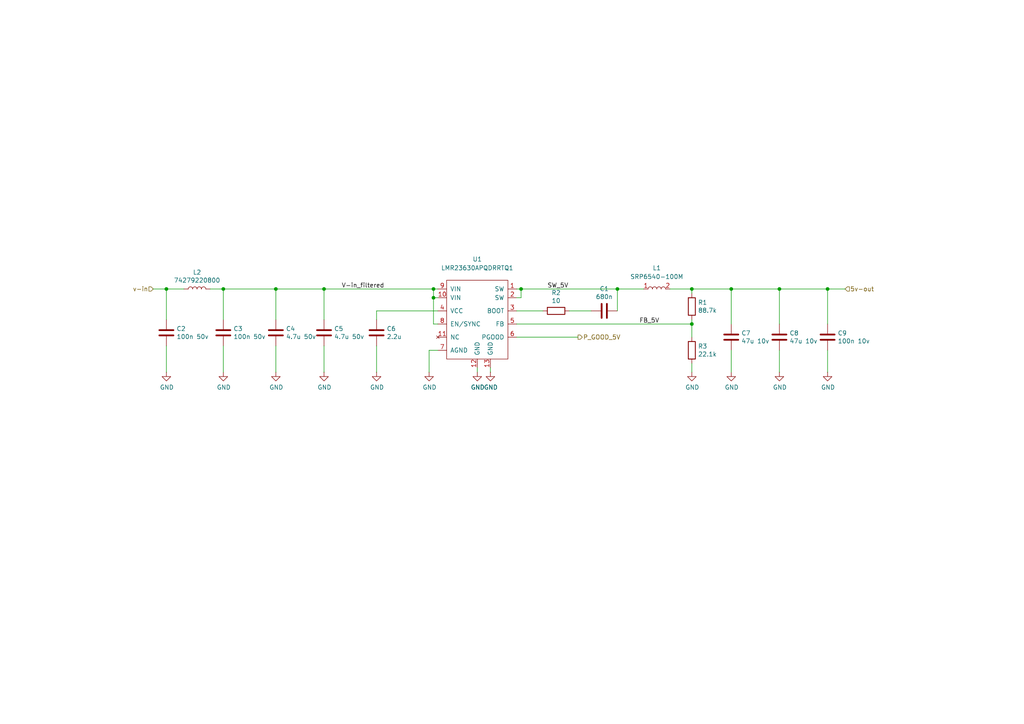
<source format=kicad_sch>
(kicad_sch (version 20231120) (generator "eeschema") (generator_version "8.0")
  (paper "A4")
  (title_block (title "5V power supply") (date "2024-04-03") (rev "1.0") (company "Fontys") (comment 1 "Pong project") (comment 2 "Tommy de Wever") (comment 3 "Jochem Bosman"))
  (lib_symbols
    (symbol "Device:C" (pin_numbers hide) (pin_names (offset 0.254))
      (property "Reference" "C" (at 0.635 2.54 0))
      (property "Value" "C" (at 0.635 -2.54 0))
      (symbol "C_0_1"
        (polyline (pts (xy -2.032 -0.762) (xy 2.032 -0.762)) (stroke (width 0.508)))
        (polyline (pts (xy -2.032 0.762) (xy 2.032 0.762)) (stroke (width 0.508)))
      )
      (symbol "C_1_1"
        (pin passive line (at 0 3.81 270) (length 2.794) (name "~") (number "1"))
        (pin passive line (at 0 -3.81 90) (length 2.794) (name "~") (number "2"))
      )
    )
    (symbol "Device:L" (pin_numbers hide) (pin_names (offset 1.016) hide)
      (property "Reference" "L" (at -1.27 0 90))
      (property "Value" "L" (at 1.905 0 90))
      (symbol "L_0_1"
        (arc (start 0 -2.54) (mid 0.6323 -1.905) (end 0 -1.27))
        (arc (start 0 -1.27) (mid 0.6323 -0.635) (end 0 0))
        (arc (start 0 0) (mid 0.6323 0.635) (end 0 1.27))
        (arc (start 0 1.27) (mid 0.6323 1.905) (end 0 2.54))
      )
      (symbol "L_1_1"
        (pin passive line (at 0 3.81 270) (length 1.27) (name "1") (number "1"))
        (pin passive line (at 0 -3.81 90) (length 1.27) (name "2") (number "2"))
      )
    )
    (symbol "Device:R" (pin_numbers hide) (pin_names (offset 0))
      (property "Reference" "R" (at 2.032 0 90))
      (property "Value" "R" (at 0 0 90))
      (symbol "R_0_1"
        (rectangle (start -1.016 -2.54) (end 1.016 2.54) (stroke (width 0.254)))
      )
      (symbol "R_1_1"
        (pin passive line (at 0 3.81 270) (length 1.27) (name "~") (number "1"))
        (pin passive line (at 0 -3.81 90) (length 1.27) (name "~") (number "2"))
      )
    )
    (symbol "MyLib:LMR23630APQDRRTQ1" (pin_names (offset 1.016))
      (property "Reference" "U" (at 0 5.08 0))
      (property "Value" "LMR23630APQDRRTQ1" (at 0 2.54 0))
      (property "Footprint" "MyLib:LMR23630APQDRRTQ1" (at 0 0 0))
      (property "Mouser" "LMR23630APQDRRTQ1" (at 0 0 0))
      (symbol "LMR23630APQDRRTQ1_0_1"
        (rectangle (start -8.89 -2.54) (end 8.89 -25.4))
      )
      (symbol "LMR23630APQDRRTQ1_1_1"
        (pin power_out line (at 11.43 -5.08 180) (length 2.54) (name "SW") (number "1"))
        (pin power_in line (at -11.43 -7.62 0) (length 2.54) (name "VIN") (number "10"))
        (pin no_connect line (at -11.43 -19.05 0) (length 2.54) (name "NC") (number "11"))
        (pin passive line (at 0 -27.94 90) (length 2.54) (name "GND") (number "12"))
        (pin passive line (at 3.81 -27.94 90) (length 2.54) (name "GND") (number "13"))
        (pin power_out line (at 11.43 -7.62 180) (length 2.54) (name "SW") (number "2"))
        (pin input line (at 11.43 -11.43 180) (length 2.54) (name "BOOT") (number "3"))
        (pin passive line (at -11.43 -11.43 0) (length 2.54) (name "VCC") (number "4"))
        (pin input line (at 11.43 -15.24 180) (length 2.54) (name "FB") (number "5"))
        (pin passive line (at 11.43 -19.05 180) (length 2.54) (name "PGOOD") (number "6"))
        (pin passive line (at -11.43 -22.86 0) (length 2.54) (name "AGND") (number "7"))
        (pin passive line (at -11.43 -15.24 0) (length 2.54) (name "EN/SYNC") (number "8"))
        (pin power_in line (at -11.43 -5.08 0) (length 2.54) (name "VIN") (number "9"))
      )
    )
    (symbol "MyLib:SRP6540-100M" (pin_names (offset 1.016))
      (property "Reference" "L" (at 0 1.27 0))
      (property "Value" "SRP6540-100M" (at -1.27 -1.27 0))
      (property "Footprint" "MyLib:SRP6540-100M" (at 0 -3.81 0))
      (property "Mouser" "SRP6540-100M" (at 0 0 0))
      (symbol "SRP6540-100M_1_1"
        (arc (start -1.27 -6.35) (mid -1.905 -5.7177) (end -2.54 -6.35))
        (arc (start 0 -6.35) (mid -0.635 -5.7177) (end -1.27 -6.35))
        (arc (start 1.27 -6.35) (mid 0.635 -5.7177) (end 0 -6.35))
        (arc (start 2.54 -6.35) (mid 1.905 -5.7177) (end 1.27 -6.35))
        (pin passive line (at -3.81 -6.35 0) (length 1.27) (name "~") (number "1"))
        (pin passive line (at 3.81 -6.35 180) (length 1.27) (name "~") (number "2"))
      )
    )
    (symbol "power:GND" (power) (pin_numbers hide) (pin_names (offset 0) hide)
      (property "Value" "GND" (at 0 -3.81 0))
      (symbol "GND_0_1"
        (polyline (pts (xy 0 0) (xy 0 -1.27) (xy 1.27 -1.27) (xy 0 -2.54) (xy -1.27 -1.27) (xy 0 -1.27)))
      )
      (symbol "GND_1_1"
        (pin power_in line (at 0 0 270) (length 0) (name "~") (number "1"))
      )
    )
  )
  (junction (at 200.66 83.82) (diameter 0.9144))
  (junction (at 240.03 83.82) (diameter 0.9144))
  (junction (at 200.66 93.98) (diameter 0.9144))
  (junction (at 48.26 83.82) (diameter 0.9144))
  (junction (at 179.07 83.82) (diameter 0.9144))
  (junction (at 226.06 83.82) (diameter 0.9144))
  (junction (at 64.77 83.82) (diameter 0.9144))
  (junction (at 212.09 83.82) (diameter 0.9144))
  (junction (at 125.73 83.82) (diameter 0.9144))
  (junction (at 125.73 86.36) (diameter 0.9144))
  (junction (at 80.01 83.82) (diameter 0.9144))
  (junction (at 151.13 83.82) (diameter 0.9144))
  (junction (at 93.98 83.82) (diameter 0.9144))
  (wire (pts (xy 48.26 83.82) (xy 48.26 92.71)))
  (wire (pts (xy 186.69 83.82) (xy 179.07 83.82)))
  (wire (pts (xy 194.31 83.82) (xy 200.66 83.82)))
  (wire (pts (xy 53.34 83.82) (xy 48.26 83.82)))
  (wire (pts (xy 142.24 107.95) (xy 142.24 106.68)))
  (wire (pts (xy 240.03 107.95) (xy 240.03 101.6)))
  (wire (pts (xy 64.77 83.82) (xy 64.77 92.71)))
  (wire (pts (xy 109.22 90.17) (xy 109.22 92.71)))
  (wire (pts (xy 127 86.36) (xy 125.73 86.36)))
  (wire (pts (xy 127 90.17) (xy 109.22 90.17)))
  (wire (pts (xy 226.06 93.98) (xy 226.06 83.82)))
  (wire (pts (xy 127 93.98) (xy 125.73 93.98)))
  (wire (pts (xy 124.46 101.6) (xy 127 101.6)))
  (wire (pts (xy 93.98 83.82) (xy 93.98 92.71)))
  (wire (pts (xy 125.73 83.82) (xy 127 83.82)))
  (wire (pts (xy 64.77 100.33) (xy 64.77 107.95)))
  (wire (pts (xy 240.03 83.82) (xy 240.03 93.98)))
  (wire (pts (xy 179.07 83.82) (xy 179.07 90.17)))
  (wire (pts (xy 151.13 83.82) (xy 149.86 83.82)))
  (wire (pts (xy 149.86 86.36) (xy 151.13 86.36)))
  (wire (pts (xy 171.45 90.17) (xy 165.1 90.17)))
  (wire (pts (xy 109.22 100.33) (xy 109.22 107.95)))
  (wire (pts (xy 157.48 90.17) (xy 149.86 90.17)))
  (wire (pts (xy 93.98 100.33) (xy 93.98 107.95)))
  (wire (pts (xy 125.73 86.36) (xy 125.73 83.82)))
  (wire (pts (xy 80.01 100.33) (xy 80.01 107.95)))
  (wire (pts (xy 200.66 93.98) (xy 200.66 97.79)))
  (wire (pts (xy 60.96 83.82) (xy 64.77 83.82)))
  (wire (pts (xy 80.01 83.82) (xy 93.98 83.82)))
  (wire (pts (xy 200.66 107.95) (xy 200.66 105.41)))
  (wire (pts (xy 80.01 83.82) (xy 64.77 83.82)))
  (wire (pts (xy 212.09 107.95) (xy 212.09 101.6)))
  (wire (pts (xy 125.73 83.82) (xy 93.98 83.82)))
  (wire (pts (xy 200.66 92.71) (xy 200.66 93.98)))
  (wire (pts (xy 212.09 83.82) (xy 226.06 83.82)))
  (wire (pts (xy 151.13 86.36) (xy 151.13 83.82)))
  (wire (pts (xy 149.86 97.79) (xy 167.64 97.79)))
  (wire (pts (xy 212.09 93.98) (xy 212.09 83.82)))
  (wire (pts (xy 125.73 93.98) (xy 125.73 86.36)))
  (wire (pts (xy 245.11 83.82) (xy 240.03 83.82)))
  (wire (pts (xy 124.46 101.6) (xy 124.46 107.95)))
  (wire (pts (xy 179.07 83.82) (xy 151.13 83.82)))
  (wire (pts (xy 138.43 107.95) (xy 138.43 106.68)))
  (wire (pts (xy 200.66 85.09) (xy 200.66 83.82)))
  (wire (pts (xy 44.45 83.82) (xy 48.26 83.82)))
  (wire (pts (xy 226.06 101.6) (xy 226.06 107.95)))
  (wire (pts (xy 48.26 107.95) (xy 48.26 100.33)))
  (wire (pts (xy 80.01 92.71) (xy 80.01 83.82)))
  (wire (pts (xy 240.03 83.82) (xy 226.06 83.82)))
  (wire (pts (xy 212.09 83.82) (xy 200.66 83.82)))
  (wire (pts (xy 149.86 93.98) (xy 200.66 93.98)))
  (label "SW_5V" (at 158.75 83.82 0))
  (label "V-in_filtered" (at 99.06 83.82 0))
  (label "FB_5V" (at 185.42 93.98 0))
  (hierarchical_label "5v-out" (shape input) (at 245.11 83.82 0))
  (hierarchical_label "P_GOOD_5V" (shape output) (at 167.64 97.79 0))
  (hierarchical_label "v-in" (shape input) (at 44.45 83.82 180))
  (symbol (lib_id "power:GND") (at 64.77 107.95 0) (unit 1)
    (property "Reference" "#PWR06" (effects (hide yes)))
    (property "Value" "GND" (at 64.897 112.3442 0))
    (property "Description" "Power symbol creates a global label with name \"GND\" , ground" (effects (hide yes)))
  )
  (symbol (lib_id "Device:L") (at 57.15 83.82 90) (unit 1)
    (property "Reference" "L2" (at 57.15 78.994 90))
    (property "Value" "74279220800" (at 57.15 81.3054 90))
    (property "Footprint" "Inductor_SMD:L_0805_2012Metric_Pad1.15x1.40mm_HandSolder" (effects (hide yes)))
    (property "Description" "Inductor" (effects (hide yes)))
    (property "Mouser" "74279220800" (effects (hide yes)))
  )
  (symbol (lib_id "power:GND") (at 200.66 107.95 0) (unit 1)
    (property "Reference" "#PWR013" (effects (hide yes)))
    (property "Value" "GND" (at 200.787 112.3442 0))
    (property "Description" "Power symbol creates a global label with name \"GND\" , ground" (effects (hide yes)))
  )
  (symbol (lib_id "Device:R") (at 161.29 90.17 90) (mirror x) (unit 1)
    (property "Reference" "R2" (at 161.29 84.9122 90))
    (property "Value" "10" (at 161.29 87.2236 90))
    (property "Footprint" "Resistor_SMD:R_0603_1608Metric" (effects (hide yes)))
    (property "Description" "Resistor" (effects (hide yes)))
    (property "Mouser" "CRCW040210R0FKEDC" (effects (hide yes)))
  )
  (symbol (lib_id "power:GND") (at 48.26 107.95 0) (unit 1)
    (property "Reference" "#PWR05" (effects (hide yes)))
    (property "Value" "GND" (at 48.387 112.3442 0))
    (property "Description" "Power symbol creates a global label with name \"GND\" , ground" (effects (hide yes)))
  )
  (symbol (lib_id "power:GND") (at 240.03 107.95 0) (unit 1)
    (property "Reference" "#PWR016" (effects (hide yes)))
    (property "Value" "GND" (at 240.157 112.3442 0))
    (property "Description" "Power symbol creates a global label with name \"GND\" , ground" (effects (hide yes)))
  )
  (symbol (lib_id "Device:C") (at 212.09 97.79 0) (unit 1)
    (property "Reference" "C7" (at 215.011 96.6216 0) (effects (justify left)))
    (property "Value" "47u 10v" (at 215.011 98.933 0) (effects (justify left)))
    (property "Footprint" "Capacitor_SMD:C_1206_3216Metric_Pad1.33x1.80mm_HandSolder" (effects (hide yes)))
    (property "Description" "Unpolarized capacitor" (effects (hide yes)))
    (property "Mouser" "LMK316BC6476ML-T" (effects (hide yes)))
  )
  (symbol (lib_id "power:GND") (at 212.09 107.95 0) (unit 1)
    (property "Reference" "#PWR014" (effects (hide yes)))
    (property "Value" "GND" (at 212.217 112.3442 0))
    (property "Description" "Power symbol creates a global label with name \"GND\" , ground" (effects (hide yes)))
  )
  (symbol (lib_id "power:GND") (at 80.01 107.95 0) (unit 1)
    (property "Reference" "#PWR07" (effects (hide yes)))
    (property "Value" "GND" (at 80.137 112.3442 0))
    (property "Description" "Power symbol creates a global label with name \"GND\" , ground" (effects (hide yes)))
  )
  (symbol (lib_id "Device:C") (at 175.26 90.17 270) (unit 1)
    (property "Reference" "C1" (at 175.26 83.7692 90))
    (property "Value" "680n" (at 175.26 86.0806 90))
    (property "Footprint" "Capacitor_SMD:C_0603_1608Metric_Pad1.08x0.95mm_HandSolder" (effects (hide yes)))
    (property "Description" "Unpolarized capacitor" (effects (hide yes)))
    (property "Mouser" "CGA3E1X7R1E684K080AC" (effects (hide yes)))
  )
  (symbol (lib_id "Device:C") (at 240.03 97.79 0) (unit 1)
    (property "Reference" "C9" (at 242.951 96.6216 0) (effects (justify left)))
    (property "Value" "100n 10v" (at 242.951 98.933 0) (effects (justify left)))
    (property "Footprint" "Capacitor_SMD:C_0603_1608Metric" (effects (hide yes)))
    (property "Description" "Unpolarized capacitor" (effects (hide yes)))
    (property "Mouser" "LMF105B7103MVHF" (effects (hide yes)))
  )
  (symbol (lib_id "power:GND") (at 109.22 107.95 0) (unit 1)
    (property "Reference" "#PWR09" (effects (hide yes)))
    (property "Value" "GND" (at 109.347 112.3442 0))
    (property "Description" "Power symbol creates a global label with name \"GND\" , ground" (effects (hide yes)))
  )
  (symbol (lib_id "power:GND") (at 93.98 107.95 0) (unit 1)
    (property "Reference" "#PWR08" (effects (hide yes)))
    (property "Value" "GND" (at 94.107 112.3442 0))
    (property "Description" "Power symbol creates a global label with name \"GND\" , ground" (effects (hide yes)))
  )
  (symbol (lib_id "power:GND") (at 226.06 107.95 0) (unit 1)
    (property "Reference" "#PWR015" (effects (hide yes)))
    (property "Value" "GND" (at 226.187 112.3442 0))
    (property "Description" "Power symbol creates a global label with name \"GND\" , ground" (effects (hide yes)))
  )
  (symbol (lib_id "Device:C") (at 64.77 96.52 0) (unit 1)
    (property "Reference" "C3" (at 67.691 95.3516 0) (effects (justify left)))
    (property "Value" "100n 50v" (at 67.691 97.663 0) (effects (justify left)))
    (property "Footprint" "Capacitor_SMD:C_0805_2012Metric_Pad1.18x1.45mm_HandSolder" (effects (hide yes)))
    (property "Description" "Unpolarized capacitor" (effects (hide yes)))
    (property "Mouser" "C0805C104KMRECAUTO" (effects (hide yes)))
  )
  (symbol (lib_id "Device:C") (at 109.22 96.52 0) (unit 1)
    (property "Reference" "C6" (at 112.141 95.3516 0) (effects (justify left)))
    (property "Value" "2.2u" (at 112.141 97.663 0) (effects (justify left)))
    (property "Footprint" "Capacitor_SMD:C_0603_1608Metric_Pad1.08x0.95mm_HandSolder" (effects (hide yes)))
    (property "Description" "Unpolarized capacitor" (effects (hide yes)))
    (property "Mouser" "963-TMK105CBJ225KV-F" (effects (hide yes)))
  )
  (symbol (lib_id "Device:R") (at 200.66 88.9 180) (unit 1)
    (property "Reference" "R1" (at 202.438 87.7316 0) (effects (justify right)))
    (property "Value" "88.7k" (at 202.438 90.043 0) (effects (justify right)))
    (property "Footprint" "Resistor_SMD:R_0603_1608Metric" (effects (hide yes)))
    (property "Description" "Resistor" (effects (hide yes)))
    (property "Mouser" "ERJ-2RKF8872X" (effects (hide yes)))
  )
  (symbol (lib_id "power:GND") (at 142.24 107.95 0) (unit 1)
    (property "Reference" "#PWR012" (effects (hide yes)))
    (property "Value" "GND" (at 142.367 112.3442 0))
    (property "Description" "Power symbol creates a global label with name \"GND\" , ground" (effects (hide yes)))
  )
  (symbol (lib_id "MyLib:LMR23630APQDRRTQ1") (at 138.43 78.74 0) (unit 1)
    (property "Reference" "U1" (at 138.43 75.184 0))
    (property "Value" "LMR23630APQDRRTQ1" (at 138.43 77.724 0))
    (property "Footprint" "MyLib:LMR23630APQDRRTQ1" (effects (hide yes)))
    (property "Description" "Mouser: LMR23630APQDRRTQ1" (effects (hide yes)))
    (property "Mouser" "LMR23630APQDRRTQ1" (effects (hide yes)))
  )
  (symbol (lib_id "Device:C") (at 48.26 96.52 0) (unit 1)
    (property "Reference" "C2" (at 51.181 95.3516 0) (effects (justify left)))
    (property "Value" "100n 50v" (at 51.181 97.663 0) (effects (justify left)))
    (property "Footprint" "Capacitor_SMD:C_0805_2012Metric_Pad1.18x1.45mm_HandSolder" (effects (hide yes)))
    (property "Description" "Unpolarized capacitor" (effects (hide yes)))
    (property "Mouser" "C0805C104KMRECAUTO" (effects (hide yes)))
  )
  (symbol (lib_id "MyLib:SRP6540-100M") (at 190.5 77.47 0) (unit 1)
    (property "Reference" "L1" (at 190.5 77.724 0))
    (property "Value" "SRP6540-100M" (at 190.5 80.264 0))
    (property "Footprint" "MyLib:SRP6540-100M" (effects (hide yes)))
    (property "Description" "Fixed Inductors 10uH 20% SMD 6540" (effects (hide yes)))
    (property "Mouser" "SRP6540-100M" (effects (hide yes)))
  )
  (symbol (lib_id "power:GND") (at 138.43 107.95 0) (unit 1)
    (property "Reference" "#PWR011" (effects (hide yes)))
    (property "Value" "GND" (at 138.557 112.3442 0))
    (property "Description" "Power symbol creates a global label with name \"GND\" , ground" (effects (hide yes)))
  )
  (symbol (lib_id "Device:C") (at 93.98 96.52 0) (unit 1)
    (property "Reference" "C5" (at 96.901 95.3516 0) (effects (justify left)))
    (property "Value" "4.7u 50v" (at 96.901 97.663 0) (effects (justify left)))
    (property "Footprint" "Capacitor_SMD:C_0805_2012Metric_Pad1.18x1.45mm_HandSolder" (effects (hide yes)))
    (property "Description" "Unpolarized capacitor" (effects (hide yes)))
    (property "Mouser" "C2012X7R1H475K125AC" (effects (hide yes)))
  )
  (symbol (lib_id "Device:C") (at 226.06 97.79 0) (unit 1)
    (property "Reference" "C8" (at 228.981 96.6216 0) (effects (justify left)))
    (property "Value" "47u 10v" (at 228.981 98.933 0) (effects (justify left)))
    (property "Footprint" "Capacitor_SMD:C_1206_3216Metric_Pad1.33x1.80mm_HandSolder" (effects (hide yes)))
    (property "Description" "Unpolarized capacitor" (effects (hide yes)))
    (property "Mouser" "LMK316BC6476ML-T" (effects (hide yes)))
  )
  (symbol (lib_id "Device:R") (at 200.66 101.6 180) (unit 1)
    (property "Reference" "R3" (at 202.438 100.4316 0) (effects (justify right)))
    (property "Value" "22.1k" (at 202.438 102.743 0) (effects (justify right)))
    (property "Footprint" "Resistor_SMD:R_0603_1608Metric" (effects (hide yes)))
    (property "Description" "Resistor" (effects (hide yes)))
    (property "Mouser" "ERJ-2RHD2212X" (effects (hide yes)))
  )
  (symbol (lib_id "power:GND") (at 124.46 107.95 0) (unit 1)
    (property "Reference" "#PWR010" (effects (hide yes)))
    (property "Value" "GND" (at 124.587 112.3442 0))
    (property "Description" "Power symbol creates a global label with name \"GND\" , ground" (effects (hide yes)))
  )
  (symbol (lib_id "Device:C") (at 80.01 96.52 0) (unit 1)
    (property "Reference" "C4" (at 82.931 95.3516 0) (effects (justify left)))
    (property "Value" "4.7u 50v" (at 82.931 97.663 0) (effects (justify left)))
    (property "Footprint" "Capacitor_SMD:C_0805_2012Metric_Pad1.18x1.45mm_HandSolder" (effects (hide yes)))
    (property "Description" "Unpolarized capacitor" (effects (hide yes)))
    (property "Mouser" "C2012X7R1H475K125AC" (effects (hide yes)))
  )
)
</source>
